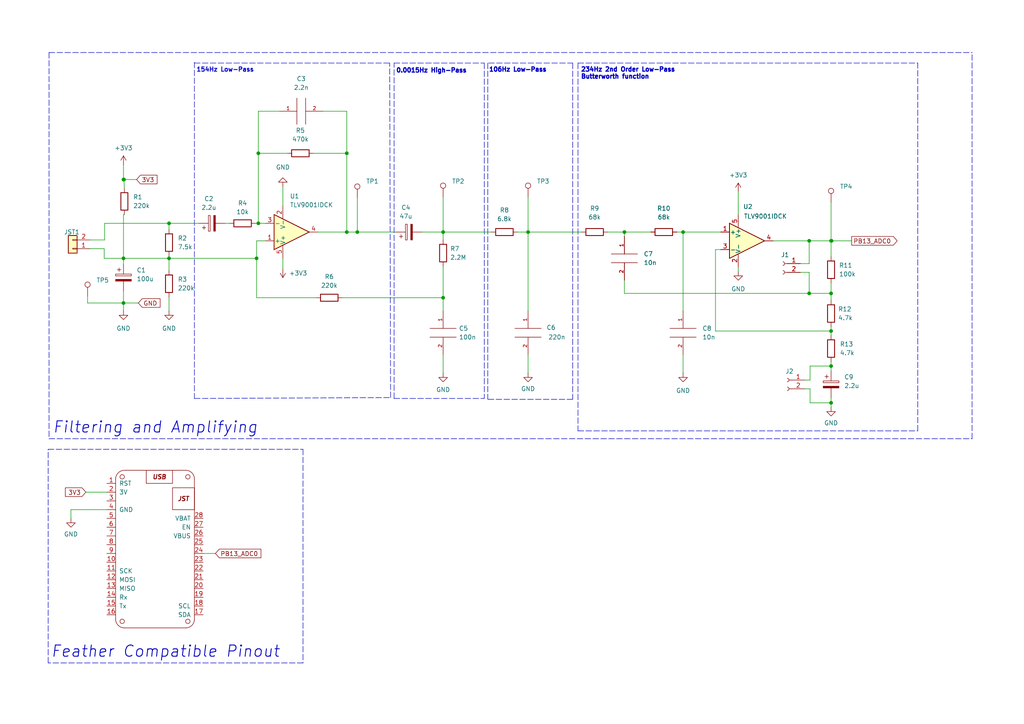
<source format=kicad_sch>
(kicad_sch (version 20211123) (generator eeschema)
  (paper "A4")
  (title_block (title "Sensor Amplifying and Filtering Board") (date "2024-01-30") (rev "v0.1") (company "CITI Lab"))
  (lib_symbols
    (symbol "Amplifier_Operational:TLV9001IDCK" (pin_names (offset 0.127))
      (property "Reference" "U" (at 7.62 2.54 0))
      (property "Value" "TLV9001IDCK" (at 11.43 -2.54 0))
      (symbol "TLV9001IDCK_0_1"
        (polyline (pts (xy -2.54 5.08) (xy -2.54 -5.08) (xy 7.62 0) (xy -2.54 5.08)) (stroke (width 0.254)) (fill (type background)))
      )
      (symbol "TLV9001IDCK_1_1"
        (pin input line (at -5.08 2.54 0) (length 2.54) (name "+") (number "1"))
        (pin power_in line (at 0 -7.62 90) (length 3.81) (name "V-") (number "2"))
        (pin input line (at -5.08 -2.54 0) (length 2.54) (name "-") (number "3"))
        (pin output line (at 10.16 0 180) (length 2.54) (name "~") (number "4"))
        (pin power_in line (at 0 7.62 270) (length 3.81) (name "V+") (number "5"))
      )
    )
    (symbol "Connector:Conn_01x02_Female" (pin_names (offset 1.016) hide)
      (property "Reference" "J" (at 0 2.54 0))
      (property "Value" "Conn_01x02_Female" (at 0 -5.08 0))
      (symbol "Conn_01x02_Female_1_1"
        (arc (start 0 -2.032) (mid -0.508 -2.54) (end 0 -3.048) (stroke (width 0.1524)))
        (polyline (pts (xy -1.27 -2.54) (xy -0.508 -2.54)) (stroke (width 0.1524)))
        (polyline (pts (xy -1.27 0) (xy -0.508 0)) (stroke (width 0.1524)))
        (arc (start 0 0.508) (mid -0.508 0) (end 0 -0.508) (stroke (width 0.1524)))
        (pin passive line (at -5.08 0 0) (length 3.81) (name "Pin_1") (number "1"))
        (pin passive line (at -5.08 -2.54 0) (length 3.81) (name "Pin_2") (number "2"))
      )
    )
    (symbol "Connector:TestPoint" (pin_numbers hide) (pin_names (offset 0.762) hide)
      (property "Reference" "TP" (at 0 6.858 0))
      (property "Value" "TestPoint" (at 0 5.08 0))
      (symbol "TestPoint_0_1"
        (circle (center 0 3.302) (radius 0.762))
      )
      (symbol "TestPoint_1_1"
        (pin passive line (at 0 0 90) (length 2.54) (name "1") (number "1"))
      )
    )
    (symbol "Connector_Generic:Conn_01x02" (pin_names (offset 1.016) hide)
      (property "Reference" "J" (at 0 2.54 0))
      (property "Value" "Conn_01x02" (at 0 -5.08 0))
      (symbol "Conn_01x02_1_1"
        (rectangle (start -1.27 -2.413) (end 0 -2.667) (stroke (width 0.1524)))
        (rectangle (start -1.27 0.127) (end 0 -0.127) (stroke (width 0.1524)))
        (rectangle (start -1.27 1.27) (end 1.27 -3.81) (stroke (width 0.254)) (fill (type background)))
        (pin passive line (at -5.08 0 0) (length 3.81) (name "Pin_1") (number "1"))
        (pin passive line (at -5.08 -2.54 0) (length 3.81) (name "Pin_2") (number "2"))
      )
    )
    (symbol "Device:C_Polarized" (pin_numbers hide) (pin_names (offset 0.254))
      (property "Reference" "C" (at 0.635 2.54 0))
      (property "Value" "C_Polarized" (at 0.635 -2.54 0))
      (symbol "C_Polarized_0_1"
        (rectangle (start -2.286 0.508) (end 2.286 1.016))
        (polyline (pts (xy -1.778 2.286) (xy -0.762 2.286)))
        (polyline (pts (xy -1.27 2.794) (xy -1.27 1.778)))
        (rectangle (start 2.286 -0.508) (end -2.286 -1.016) (fill (type outline)))
      )
      (symbol "C_Polarized_1_1"
        (pin passive line (at 0 3.81 270) (length 2.794) (name "~") (number "1"))
        (pin passive line (at 0 -3.81 90) (length 2.794) (name "~") (number "2"))
      )
    )
    (symbol "Device:R" (pin_numbers hide) (pin_names (offset 0))
      (property "Reference" "R" (at 2.032 0 90))
      (property "Value" "R" (at 0 0 90))
      (symbol "R_0_1"
        (rectangle (start -1.016 -2.54) (end 1.016 2.54) (stroke (width 0.254)))
      )
      (symbol "R_1_1"
        (pin passive line (at 0 3.81 270) (length 1.27) (name "~") (number "1"))
        (pin passive line (at 0 -3.81 90) (length 1.27) (name "~") (number "2"))
      )
    )
    (symbol "penguino_v1:Feather-Generic" (pin_names (offset 1.016))
      (property "Reference" "U" (at 1.905 5.08 0))
      (property "Value" "Feather-Generic" (at 12.065 -43.815 0))
      (symbol "Feather-Generic_0_0"
        (text "JST" (at 19.685 -4.445 0) (effects (font (size 1.27 1.27) bold italic)))
        (text "USB" (at 12.7 1.905 0) (effects (font (size 1.27 1.27) bold italic)))
      )
      (symbol "Feather-Generic_0_1"
        (arc (start 0 -39.37) (mid 0.7566 -41.1534) (end 2.54 -41.91))
        (polyline (pts (xy 0 1.27) (xy 0 -39.37)))
        (polyline (pts (xy 2.54 -41.91) (xy 20.32 -41.91)))
        (polyline (pts (xy 2.54 3.81) (xy 20.32 3.81)) (fill (type background)))
        (polyline (pts (xy 22.86 -39.37) (xy 22.86 1.27)))
        (circle (center 1.905 -40.005) (radius 0.635))
        (circle (center 1.905 1.905) (radius 0.635))
        (arc (start 2.54 3.81) (mid 0.7566 3.0534) (end 0 1.27))
        (rectangle (start 8.89 3.81) (end 16.51 0))
        (arc (start 20.32 -41.91) (mid 22.1213 -41.1713) (end 22.86 -39.37))
        (circle (center 20.955 -40.005) (radius 0.635))
        (circle (center 20.955 1.905) (radius 0.635))
        (rectangle (start 22.86 -1.27) (end 16.51 -7.62))
        (arc (start 22.86 1.27) (mid 22.1213 3.0713) (end 20.32 3.81))
      )
      (symbol "Feather-Generic_1_1"
        (pin input line (at -2.54 0 0) (length 2.54) (name "RST") (number "1"))
        (pin bidirectional line (at -2.54 -22.86 0) (length 2.54) (name "~") (number "10"))
        (pin bidirectional line (at -2.54 -25.4 0) (length 2.54) (name "SCK") (number "11"))
        (pin bidirectional line (at -2.54 -27.94 0) (length 2.54) (name "MOSI") (number "12"))
        (pin bidirectional line (at -2.54 -30.48 0) (length 2.54) (name "MISO") (number "13"))
        (pin bidirectional line (at -2.54 -33.02 0) (length 2.54) (name "Rx") (number "14"))
        (pin bidirectional line (at -2.54 -35.56 0) (length 2.54) (name "Tx") (number "15"))
        (pin passive line (at -2.54 -38.1 0) (length 2.54) (name "~") (number "16"))
        (pin bidirectional line (at 25.4 -38.1 180) (length 2.54) (name "SDA") (number "17"))
        (pin bidirectional line (at 25.4 -35.56 180) (length 2.54) (name "SCL") (number "18"))
        (pin bidirectional line (at 25.4 -33.02 180) (length 2.54) (name "~") (number "19"))
        (pin passive line (at -2.54 -2.54 0) (length 2.54) (name "3V") (number "2"))
        (pin bidirectional line (at 25.4 -30.48 180) (length 2.54) (name "~") (number "20"))
        (pin bidirectional line (at 25.4 -27.94 180) (length 2.54) (name "~") (number "21"))
        (pin bidirectional line (at 25.4 -25.4 180) (length 2.54) (name "~") (number "22"))
        (pin bidirectional line (at 25.4 -22.86 180) (length 2.54) (name "~") (number "23"))
        (pin bidirectional line (at 25.4 -20.32 180) (length 2.54) (name "~") (number "24"))
        (pin bidirectional line (at 25.4 -17.78 180) (length 2.54) (name "~") (number "25"))
        (pin passive line (at 25.4 -15.24 180) (length 2.54) (name "VBUS") (number "26"))
        (pin input line (at 25.4 -12.7 180) (length 2.54) (name "EN") (number "27"))
        (pin passive line (at 25.4 -10.16 180) (length 2.54) (name "VBAT") (number "28"))
        (pin bidirectional line (at -2.54 -5.08 0) (length 2.54) (name "~") (number "3"))
        (pin passive line (at -2.54 -7.62 0) (length 2.54) (name "GND") (number "4"))
        (pin bidirectional line (at -2.54 -10.16 0) (length 2.54) (name "~") (number "5"))
        (pin bidirectional line (at -2.54 -12.7 0) (length 2.54) (name "~") (number "6"))
        (pin bidirectional line (at -2.54 -15.24 0) (length 2.54) (name "~") (number "7"))
        (pin bidirectional line (at -2.54 -17.78 0) (length 2.54) (name "~") (number "8"))
        (pin bidirectional line (at -2.54 -20.32 0) (length 2.54) (name "~") (number "9"))
      )
    )
    (symbol "power:+3V3" (power) (pin_names (offset 0))
      (property "Value" "+3V3" (at 0 3.556 0))
      (symbol "+3V3_0_1"
        (polyline (pts (xy -0.762 1.27) (xy 0 2.54)))
        (polyline (pts (xy 0 0) (xy 0 2.54)))
        (polyline (pts (xy 0 2.54) (xy 0.762 1.27)))
      )
      (symbol "+3V3_1_1"
        (pin power_in line (at 0 0 90) (length 0) hide (name "+3V3") (number "1"))
      )
    )
    (symbol "power:GND" (power) (pin_names (offset 0))
      (property "Value" "GND" (at 0 -3.81 0))
      (symbol "GND_0_1"
        (polyline (pts (xy 0 0) (xy 0 -1.27) (xy 1.27 -1.27) (xy 0 -2.54) (xy -1.27 -1.27) (xy 0 -1.27)))
      )
      (symbol "GND_1_1"
        (pin power_in line (at 0 0 270) (length 0) hide (name "GND") (number "1"))
      )
    )
    (symbol "pspice:CAP" (pin_names (offset 0.254))
      (property "Reference" "C" (at 2.54 3.81 90))
      (property "Value" "CAP" (at 2.54 -3.81 90))
      (symbol "CAP_0_1"
        (polyline (pts (xy -3.81 -1.27) (xy 3.81 -1.27)))
        (polyline (pts (xy -3.81 1.27) (xy 3.81 1.27)))
      )
      (symbol "CAP_1_1"
        (pin passive line (at 0 6.35 270) (length 5.08) (name "~") (number "1"))
        (pin passive line (at 0 -6.35 90) (length 5.08) (name "~") (number "2"))
      )
    )
  )
  (junction (at 241.046 96.012))
  (junction (at 241.046 116.84))
  (junction (at 100.584 67.31))
  (junction (at 128.524 86.36))
  (junction (at 241.046 106.172))
  (junction (at 100.584 44.45))
  (junction (at 198.12 67.31))
  (junction (at 74.93 64.77))
  (junction (at 241.046 69.85))
  (junction (at 181.102 67.31))
  (junction (at 35.814 52.07))
  (junction (at 234.696 69.85))
  (junction (at 153.162 67.31))
  (junction (at 128.524 67.31))
  (junction (at 241.046 85.09))
  (junction (at 241.173 69.85))
  (junction (at 35.814 74.93))
  (junction (at 49.022 64.77))
  (junction (at 74.93 44.45))
  (junction (at 234.696 85.09))
  (junction (at 35.941 52.07))
  (junction (at 74.422 74.93))
  (junction (at 35.814 87.884))
  (junction (at 49.022 74.93))
  (junction (at 103.632 67.31))
  (wire (pts (xy 233.426 112.776) (xy 234.95 112.776)))
  (wire (pts (xy 74.93 32.258) (xy 74.93 44.45)))
  (wire (pts (xy 234.696 85.09) (xy 241.046 85.09)))
  (wire (pts (xy 92.202 67.31) (xy 100.584 67.31)))
  (wire (pts (xy 198.12 102.87) (xy 198.12 108.204)))
  (wire (pts (xy 24.892 142.748) (xy 30.988 142.748)))
  (wire (pts (xy 224.282 69.85) (xy 234.696 69.85)))
  (wire (pts (xy 20.574 147.828) (xy 20.574 150.368)))
  (wire (pts (xy 241.046 116.84) (xy 241.046 118.11)))
  (wire (pts (xy 82.042 74.93) (xy 82.042 77.978)))
  (wire (pts (xy 49.022 86.106) (xy 49.022 90.17)))
  (wire (pts (xy 241.046 85.09) (xy 241.046 87.122)))
  (wire (pts (xy 153.162 67.31) (xy 168.656 67.31)))
  (polyline (pts (xy 87.884 130.302) (xy 87.884 192.278)))
  (wire (pts (xy 35.814 87.884) (xy 35.814 90.17)))
  (wire (pts (xy 207.518 72.39) (xy 209.042 72.39)))
  (wire (pts (xy 35.814 62.23) (xy 36.068 62.23)))
  (wire (pts (xy 35.814 47.752) (xy 35.814 52.07)))
  (wire (pts (xy 99.314 86.36) (xy 128.524 86.36)))
  (wire (pts (xy 153.162 57.15) (xy 153.162 67.31)))
  (wire (pts (xy 241.173 69.85) (xy 247.015 69.85)))
  (wire (pts (xy 35.814 74.93) (xy 35.814 62.23)))
  (polyline (pts (xy 14.224 15.24) (xy 281.94 15.24)))
  (wire (pts (xy 241.046 106.172) (xy 241.046 107.696)))
  (wire (pts (xy 58.928 160.528) (xy 62.484 160.528)))
  (polyline (pts (xy 167.64 124.968) (xy 266.192 124.968)))
  (polyline (pts (xy 14.224 127.254) (xy 281.94 127.254)))
  (wire (pts (xy 128.524 67.31) (xy 142.494 67.31)))
  (wire (pts (xy 74.422 86.36) (xy 91.694 86.36)))
  (wire (pts (xy 241.046 94.742) (xy 241.046 96.012)))
  (polyline (pts (xy 13.97 192.278) (xy 13.97 130.302)))
  (wire (pts (xy 74.422 69.85) (xy 76.962 69.85)))
  (wire (pts (xy 49.022 64.77) (xy 49.022 66.548)))
  (wire (pts (xy 128.524 77.216) (xy 128.524 86.36)))
  (wire (pts (xy 65.278 64.77) (xy 66.548 64.77)))
  (polyline (pts (xy 56.388 18.288) (xy 113.03 18.288)))
  (wire (pts (xy 26.162 72.136) (xy 30.226 72.136)))
  (wire (pts (xy 74.422 69.85) (xy 74.422 74.93)))
  (polyline (pts (xy 114.3 115.57) (xy 140.462 115.57)))
  (wire (pts (xy 74.422 74.93) (xy 74.422 86.36)))
  (wire (pts (xy 74.93 64.77) (xy 76.962 64.77)))
  (wire (pts (xy 35.814 76.708) (xy 35.814 74.93)))
  (polyline (pts (xy 14.224 15.24) (xy 14.224 127.254)))
  (polyline (pts (xy 266.192 124.968) (xy 266.192 18.288)))
  (wire (pts (xy 233.426 110.236) (xy 234.95 110.236)))
  (wire (pts (xy 49.022 74.93) (xy 74.422 74.93)))
  (wire (pts (xy 234.95 110.236) (xy 234.95 106.172)))
  (wire (pts (xy 181.102 85.09) (xy 234.696 85.09)))
  (wire (pts (xy 35.941 52.07) (xy 36.068 54.61)))
  (wire (pts (xy 100.584 44.45) (xy 90.932 44.45)))
  (wire (pts (xy 196.342 67.31) (xy 198.12 67.31)))
  (polyline (pts (xy 56.388 115.57) (xy 113.284 115.316)))
  (wire (pts (xy 241.046 58.674) (xy 241.046 69.85)))
  (wire (pts (xy 30.226 74.93) (xy 35.814 74.93)))
  (wire (pts (xy 241.046 96.012) (xy 241.046 97.282)))
  (polyline (pts (xy 114.3 18.288) (xy 140.462 18.288)))
  (wire (pts (xy 35.814 87.884) (xy 40.132 87.884)))
  (wire (pts (xy 35.814 74.93) (xy 49.022 74.93)))
  (wire (pts (xy 234.95 112.776) (xy 234.95 116.84)))
  (wire (pts (xy 30.226 72.136) (xy 30.226 74.93)))
  (wire (pts (xy 100.584 67.31) (xy 100.584 44.45)))
  (wire (pts (xy 150.114 67.31) (xy 153.162 67.31)))
  (wire (pts (xy 241.046 82.042) (xy 241.046 85.09)))
  (wire (pts (xy 234.696 69.85) (xy 241.046 69.85)))
  (wire (pts (xy 153.162 67.31) (xy 153.162 90.17)))
  (polyline (pts (xy 13.97 130.302) (xy 87.884 130.302)))
  (wire (pts (xy 214.122 77.47) (xy 214.122 78.74)))
  (wire (pts (xy 241.046 69.85) (xy 241.173 69.85)))
  (wire (pts (xy 35.814 84.328) (xy 35.814 87.884)))
  (wire (pts (xy 234.95 106.172) (xy 241.046 106.172)))
  (wire (pts (xy 214.122 55.626) (xy 214.122 62.23)))
  (wire (pts (xy 103.632 67.31) (xy 114.808 67.31)))
  (wire (pts (xy 25.4 87.884) (xy 35.814 87.884)))
  (wire (pts (xy 198.12 67.31) (xy 198.12 90.17)))
  (wire (pts (xy 26.162 69.596) (xy 30.353 69.596)))
  (wire (pts (xy 241.046 74.422) (xy 241.046 69.85)))
  (wire (pts (xy 122.428 67.31) (xy 128.524 67.31)))
  (wire (pts (xy 207.518 96.012) (xy 207.518 72.39)))
  (wire (pts (xy 30.353 64.77) (xy 49.022 64.77)))
  (wire (pts (xy 82.042 54.102) (xy 82.042 59.69)))
  (wire (pts (xy 100.584 44.45) (xy 100.584 32.258)))
  (wire (pts (xy 198.12 67.31) (xy 209.042 67.31)))
  (wire (pts (xy 234.696 76.454) (xy 234.696 69.85)))
  (polyline (pts (xy 114.3 115.57) (xy 114.3 18.288)))
  (wire (pts (xy 49.022 74.168) (xy 49.022 74.93)))
  (wire (pts (xy 232.156 78.994) (xy 234.696 78.994)))
  (wire (pts (xy 234.95 116.84) (xy 241.046 116.84)))
  (polyline (pts (xy 141.478 18.288) (xy 141.478 115.824)))
  (polyline (pts (xy 166.116 18.288) (xy 166.116 115.824)))
  (wire (pts (xy 181.102 67.31) (xy 176.276 67.31)))
  (wire (pts (xy 128.524 86.36) (xy 128.524 90.17)))
  (wire (pts (xy 25.4 85.852) (xy 25.4 87.884)))
  (wire (pts (xy 30.353 69.596) (xy 30.353 64.77)))
  (wire (pts (xy 35.941 52.07) (xy 39.624 52.07)))
  (wire (pts (xy 103.632 57.404) (xy 103.632 67.31)))
  (wire (pts (xy 241.046 96.012) (xy 207.518 96.012)))
  (wire (pts (xy 234.696 78.994) (xy 234.696 85.09)))
  (wire (pts (xy 74.168 64.77) (xy 74.93 64.77)))
  (wire (pts (xy 232.156 76.454) (xy 234.696 76.454)))
  (polyline (pts (xy 167.64 18.288) (xy 167.64 124.968)))
  (wire (pts (xy 128.524 102.87) (xy 128.524 108.204)))
  (wire (pts (xy 241.046 115.316) (xy 241.046 116.84)))
  (wire (pts (xy 241.046 104.902) (xy 241.046 106.172)))
  (wire (pts (xy 74.93 32.258) (xy 81.026 32.258)))
  (wire (pts (xy 30.988 147.828) (xy 20.574 147.828)))
  (polyline (pts (xy 113.284 115.316) (xy 113.03 18.288)))
  (wire (pts (xy 83.312 44.45) (xy 74.93 44.45)))
  (wire (pts (xy 74.93 44.45) (xy 74.93 64.77)))
  (wire (pts (xy 49.022 64.77) (xy 57.658 64.77)))
  (polyline (pts (xy 166.116 115.824) (xy 141.478 115.824)))
  (polyline (pts (xy 87.884 192.278) (xy 13.97 192.278)))
  (polyline (pts (xy 140.462 18.288) (xy 140.462 115.57)))
  (wire (pts (xy 128.524 57.15) (xy 128.524 67.31)))
  (polyline (pts (xy 141.732 18.288) (xy 166.116 18.288)))
  (wire (pts (xy 181.102 81.28) (xy 181.102 85.09)))
  (wire (pts (xy 128.524 67.31) (xy 128.524 69.596)))
  (wire (pts (xy 181.102 67.31) (xy 188.722 67.31)))
  (polyline (pts (xy 281.94 127.254) (xy 281.94 15.24)))
  (wire (pts (xy 35.814 52.07) (xy 35.941 52.07)))
  (polyline (pts (xy 167.64 18.288) (xy 266.192 18.288)))
  (wire (pts (xy 153.162 102.87) (xy 153.162 108.204)))
  (wire (pts (xy 49.022 74.93) (xy 49.022 78.486)))
  (wire (pts (xy 100.584 67.31) (xy 103.632 67.31)))
  (polyline (pts (xy 56.388 18.034) (xy 56.388 115.57)))
  (wire (pts (xy 100.584 32.258) (xy 93.726 32.258)))
  (wire (pts (xy 181.102 68.58) (xy 181.102 67.31)))
  (text "0.0015Hz High-Pass" (at 114.808 21.336 0) (effects (font (size 1.27 1.27) (thickness 0.654) bold) (justify left bottom)))
  (text "Feather Compatible Pinout" (at 14.732 191.008 0) (effects (font (size 3.27 3.27) (thickness 0.254) bold italic) (justify left bottom)))
  (text "Filtering and Amplifying" (at 15.24 125.984 0) (effects (font (size 3.27 3.27) (thickness 0.254) bold italic) (justify left bottom)))
  (text "154Hz Low-Pass" (at 56.896 21.082 0) (effects (font (size 1.27 1.27) (thickness 0.254) bold) (justify left bottom)))
  (text "106Hz Low-Pass" (at 141.732 21.082 0) (effects (font (size 1.27 1.27) (thickness 0.654) bold) (justify left bottom)))
  (text "234Hz 2nd Order Low-Pass\nButterworth function" (at 168.402 23.114 0) (effects (font (size 1.27 1.27) (thickness 0.654) bold) (justify left bottom)))
  (global_label "3V3" (shape input) (at 24.892 142.748 180) (property "Intersheet References" "${INTERSHEET_REFS}" (effects hide)))
  (global_label "PB13_ADC0" (shape input) (at 62.484 160.528 0) (property "Intersheet References" "${INTERSHEET_REFS}" (effects hide)))
  (global_label "PB13_ADC0" (shape output) (at 247.015 69.85 0) (property "Intersheet References" "${INTERSHEET_REFS}" (effects hide)))
  (global_label "GND" (shape input) (at 40.132 87.884 0) (property "Intersheet References" "${INTERSHEET_REFS}" (effects hide)))
  (global_label "3V3" (shape input) (at 39.624 52.07 0) (property "Intersheet References" "${INTERSHEET_REFS}" (effects hide)))
  (symbol (lib_id "power:GND") (at 153.162 108.204 0) (unit 1)
    (property "Reference" "#PWR07" (effects hide))
    (property "Value" "GND" (at 153.162 112.776 0))
  )
  (symbol (lib_id "Device:C_Polarized") (at 61.468 64.77 90) (unit 1)
    (property "Reference" "C2" (at 60.579 57.658 90))
    (property "Value" "2.2u" (at 60.579 60.198 90))
    (property "Footprint" "Capacitor_SMD:C_0603_1608Metric" (effects hide))
    (property "MPN" "GRM188R61E106KA73J" (effects hide))
    (property "Manufacturer" "Murata Electronics" (effects hide))
  )
  (symbol (lib_id "Device:R") (at 172.466 67.31 270) (unit 1)
    (property "Reference" "R9" (at 172.466 60.452 90))
    (property "Value" "68k" (at 172.466 62.992 90))
    (property "Footprint" "Resistor_SMD:R_0805_2012Metric" (effects hide))
    (property "MPN" "ESR10EZPF6802" (effects hide))
    (property "Manufacturer" "Rohm Semiconductor" (effects hide))
  )
  (symbol (lib_id "pspice:CAP") (at 87.376 32.258 90) (unit 1)
    (property "Reference" "C3" (at 87.376 22.86 90))
    (property "Value" "2.2n" (at 87.376 25.4 90))
    (property "Footprint" "Capacitor_SMD:C_0805_2012Metric" (effects hide))
    (property "MPN" "GCJ216R71H222KA01D" (effects hide))
    (property "Manufacturer" "Murata Electronics" (effects hide))
  )
  (symbol (lib_id "Device:R") (at 87.122 44.45 90) (unit 1)
    (property "Reference" "R5" (at 87.122 37.846 90))
    (property "Value" "470k" (at 87.122 40.386 90))
    (property "Footprint" "Resistor_SMD:R_0805_2012Metric" (effects hide))
    (property "MPN" "ESR10EZPF4703" (effects hide))
    (property "Manufacturer" "Rohm Semiconductor" (effects hide))
  )
  (symbol (lib_id "Amplifier_Operational:TLV9001IDCK") (at 214.122 69.85 0) (unit 1)
    (property "Reference" "U2" (at 216.916 59.944 0))
    (property "Value" "TLV9001IDCK" (at 221.996 62.738 0))
    (property "Footprint" "Package_TO_SOT_SMD:SOT-353_SC-70-5" (effects hide))
    (property "Datasheet" "https://www.ti.com/lit/ds/symlink/tlv9001.pdf" (effects hide))
    (property "MPN" "TLV9001IDCKR" (effects hide))
    (property "Manufacturer" "Texas Instrument" (effects hide))
  )
  (symbol (lib_id "penguino_v1:Feather-Generic") (at 33.528 140.208 0) (unit 1)
    (property "Reference" "board1" (effects hide))
    (property "Value" "Feather-Generic" (effects hide))
    (property "Footprint" "penguino_v1:Feather-Generic-no-holes" (effects hide))
  )
  (symbol (lib_id "power:GND") (at 214.122 78.74 0) (unit 1)
    (property "Reference" "#PWR011" (effects hide))
    (property "Value" "GND" (at 214.122 83.82 0))
  )
  (symbol (lib_id "Device:C_Polarized") (at 241.046 111.506 0) (unit 1)
    (property "Reference" "C9" (at 244.856 109.3469 0) (effects (justify left)))
    (property "Value" "2.2u" (at 244.856 111.8869 0) (effects (justify left)))
    (property "Footprint" "Capacitor_SMD:C_0603_1608Metric" (effects hide))
    (property "MPN" "GRM188R61E106KA73J" (effects hide))
    (property "Manufacturer" "Murata Electronics" (effects hide))
  )
  (symbol (lib_id "power:+3V3") (at 82.042 77.978 180) (unit 1)
    (property "Reference" "#PWR05" (effects hide))
    (property "Value" "+3V3" (at 83.82 79.2479 0) (effects (justify right)))
  )
  (symbol (lib_id "Device:R") (at 241.046 101.092 0) (unit 1)
    (property "Reference" "R13" (at 243.586 99.8219 0) (effects (justify left)))
    (property "Value" "4.7k" (at 243.586 102.3619 0) (effects (justify left)))
    (property "Footprint" "Resistor_SMD:R_0805_2012Metric" (effects hide))
    (property "MPN" "ESR10EZPF4701" (effects hide))
    (property "Manufacturer" "Rohm Semiconductor" (effects hide))
  )
  (symbol (lib_id "Device:R") (at 146.304 67.31 270) (unit 1)
    (property "Reference" "R8" (at 146.304 60.96 90))
    (property "Value" "6.8k" (at 146.304 63.5 90))
    (property "Footprint" "Resistor_SMD:R_0805_2012Metric" (effects hide))
    (property "MPN" "ESR10EZPF6801" (effects hide))
    (property "Manufacturer" "Rohm Semiconductor" (effects hide))
  )
  (symbol (lib_id "pspice:CAP") (at 198.12 96.52 0) (unit 1)
    (property "Reference" "C8" (at 203.708 95.2499 0) (effects (justify left)))
    (property "Value" "10n" (at 203.708 97.7899 0) (effects (justify left)))
    (property "Footprint" "Capacitor_SMD:C_0805_2012Metric" (effects hide))
    (property "MPN" "GCM219R91H103KA37D" (effects hide))
    (property "Manufacturer" "Murata Electronics" (effects hide))
  )
  (symbol (lib_id "Connector:TestPoint") (at 241.046 58.674 0) (unit 1)
    (property "Reference" "TP4" (at 243.586 54.1019 0) (effects (justify left)))
    (property "Value" "TestPoint" (effects hide))
    (property "Footprint" "TestPoint:TestPoint_Keystone_5015_Micro-Minature" (effects hide))
    (property "MPN" "36-5015TR-ND" (effects hide))
    (property "Manufacturer" "Keystone Electronics" (effects hide))
  )
  (symbol (lib_id "Connector:TestPoint") (at 103.632 57.404 0) (unit 1)
    (property "Reference" "TP1" (at 106.172 52.578 0) (effects (justify left)))
    (property "Value" "TestPoint" (effects hide))
    (property "Footprint" "TestPoint:TestPoint_Keystone_5015_Micro-Minature" (effects hide))
    (property "MPN" "36-5015TR-ND" (effects hide))
    (property "Manufacturer" "Keystone Electronics" (effects hide))
  )
  (symbol (lib_id "power:+3V3") (at 214.122 55.626 0) (unit 1)
    (property "Reference" "#PWR010" (effects hide))
    (property "Value" "+3V3" (at 214.122 50.8 0))
  )
  (symbol (lib_id "Device:C_Polarized") (at 118.618 67.31 90) (unit 1)
    (property "Reference" "C4" (at 117.729 60.198 90))
    (property "Value" "47u" (at 117.729 62.738 90))
    (property "Footprint" "Capacitor_SMD:C_0805_2012Metric" (effects hide))
    (property "MPN" "GRM21BR61A476ME15K" (effects hide))
    (property "Manufacturer" "Murata Electronics" (effects hide))
  )
  (symbol (lib_id "pspice:CAP") (at 128.524 96.52 0) (unit 1)
    (property "Reference" "C5" (at 133.096 95.2499 0) (effects (justify left)))
    (property "Value" "100n" (at 133.096 97.7899 0) (effects (justify left)))
    (property "Footprint" "Capacitor_SMD:C_0603_1608Metric" (effects hide))
    (property "MPN" "GCM188R91E104KA37J" (effects hide))
    (property "Manufacturer" "Murata Electronics" (effects hide))
  )
  (symbol (lib_id "Device:R") (at 49.022 82.296 0) (unit 1)
    (property "Reference" "R3" (at 51.562 81.0259 0) (effects (justify left)))
    (property "Value" "220k" (at 51.562 83.5659 0) (effects (justify left)))
    (property "Footprint" "Resistor_SMD:R_0805_2012Metric" (effects hide))
    (property "MPN" "ESR10EZPF2203" (effects hide))
    (property "Manufacturer" "Rohm Semiconductor" (effects hide))
  )
  (symbol (lib_id "power:GND") (at 128.524 108.204 0) (unit 1)
    (property "Reference" "#PWR06" (effects hide))
    (property "Value" "GND" (at 128.524 113.03 0))
  )
  (symbol (lib_id "Device:R") (at 70.358 64.77 90) (unit 1)
    (property "Reference" "R4" (at 70.358 58.928 90))
    (property "Value" "10k" (at 70.358 61.468 90))
    (property "Footprint" "Resistor_SMD:R_0805_2012Metric" (effects hide))
    (property "MPN" "ESR10EZPF1002" (effects hide))
    (property "Manufacturer" "Rohm Semiconductor" (effects hide))
  )
  (symbol (lib_id "Device:R") (at 49.022 70.358 0) (unit 1)
    (property "Reference" "R2" (at 51.562 69.0879 0) (effects (justify left)))
    (property "Value" "7.5k" (at 51.562 71.6279 0) (effects (justify left)))
    (property "Footprint" "Resistor_SMD:R_0805_2012Metric" (effects hide))
    (property "MPN" "ESR10EZPF7501" (effects hide))
    (property "Manufacturer" "Rohm Semiconductor" (effects hide))
  )
  (symbol (lib_id "Device:R") (at 128.524 73.406 0) (unit 1)
    (property "Reference" "R7" (at 130.556 72.1359 0) (effects (justify left)))
    (property "Value" "2.2M" (at 130.556 74.6759 0) (effects (justify left)))
    (property "Footprint" "Resistor_SMD:R_0805_2012Metric" (effects hide))
    (property "MPN" "ESR10EZPF2204" (effects hide))
    (property "Manufacturer" "Rohm Semiconductor" (effects hide))
  )
  (symbol (lib_id "power:GND") (at 49.022 90.17 0) (unit 1)
    (property "Reference" "#PWR03" (effects hide))
    (property "Value" "GND" (at 49.022 95.25 0))
  )
  (symbol (lib_id "Device:R") (at 192.532 67.31 270) (unit 1)
    (property "Reference" "R10" (at 192.532 60.452 90))
    (property "Value" "68k" (at 192.532 62.992 90))
    (property "Footprint" "Resistor_SMD:R_0805_2012Metric" (effects hide))
    (property "MPN" "ESR10EZPF6802" (effects hide))
    (property "Manufacturer" "Rohm Semiconductor" (effects hide))
  )
  (symbol (lib_id "Device:R") (at 36.068 58.42 0) (unit 1)
    (property "Reference" "R1" (at 38.608 57.1499 0) (effects (justify left)))
    (property "Value" "220k" (at 38.608 59.6899 0) (effects (justify left)))
    (property "Footprint" "Resistor_SMD:R_0805_2012Metric" (effects hide))
    (property "MPN" "ESR10EZPF2203" (effects hide))
    (property "Manufacturer" "Rohm Semiconductor" (effects hide))
  )
  (symbol (lib_id "Connector:TestPoint") (at 25.4 85.852 0) (unit 1)
    (property "Reference" "TP5" (at 27.94 81.2799 0) (effects (justify left)))
    (property "Value" "TestPoint" (effects hide))
    (property "Footprint" "TestPoint:TestPoint_Keystone_5015_Micro-Minature" (effects hide))
    (property "MPN" "36-5015TR-ND" (effects hide))
    (property "Manufacturer" "Keystone Electronics" (effects hide))
  )
  (symbol (lib_id "Connector:TestPoint") (at 128.524 57.15 0) (unit 1)
    (property "Reference" "TP2" (at 131.064 52.5779 0) (effects (justify left)))
    (property "Value" "TestPoint" (effects hide))
    (property "Footprint" "TestPoint:TestPoint_Keystone_5015_Micro-Minature" (effects hide))
    (property "MPN" "36-5015TR-ND" (effects hide))
    (property "Manufacturer" "Keystone Electronics" (effects hide))
  )
  (symbol (lib_id "power:GND") (at 35.814 90.17 0) (unit 1)
    (property "Reference" "#PWR02" (effects hide))
    (property "Value" "GND" (at 35.814 95.25 0))
  )
  (symbol (lib_id "power:+3V3") (at 35.814 47.752 0) (unit 1)
    (property "Reference" "#PWR01" (effects hide))
    (property "Value" "+3V3" (at 35.814 42.926 0))
  )
  (symbol (lib_id "Connector_Generic:Conn_01x02") (at 21.082 72.136 180) (unit 1)
    (property "Reference" "JST1" (at 20.828 67.31 0))
    (property "Value" "Conn_01x02" (effects hide))
    (property "Footprint" "Connector_JST:JST_PH_B2B-PH-SM4-TB_1x02-1MP_P2.00mm_Vertical" (effects hide))
    (property "MPN" "B2B-PH-SM4-TB(LF)(SN)" (effects hide))
    (property "Manufacturer" "JST Sales America Inc" (effects hide))
  )
  (symbol (lib_id "power:GND") (at 20.574 150.368 0) (unit 1)
    (property "Reference" "#PWR08" (effects hide))
    (property "Value" "GND" (at 20.574 154.94 0))
  )
  (symbol (lib_id "power:GND") (at 241.046 118.11 0) (unit 1)
    (property "Reference" "#PWR012" (effects hide))
    (property "Value" "GND" (at 241.046 122.682 0))
  )
  (symbol (lib_id "Connector:Conn_01x02_Female") (at 228.346 110.236 0) (mirror y) (unit 1)
    (property "Reference" "J2" (at 228.981 107.696 0))
    (property "Value" "Conn_01x02_Female" (effects hide))
    (property "Footprint" "Connector_PinHeader_2.54mm:PinHeader_1x02_P2.54mm_Vertical" (effects hide))
  )
  (symbol (lib_id "Device:R") (at 241.046 90.932 0) (unit 1)
    (property "Reference" "R12" (at 243.078 89.6619 0) (effects (justify left)))
    (property "Value" "4.7k" (at 243.078 92.2019 0) (effects (justify left)))
    (property "Footprint" "Resistor_SMD:R_0805_2012Metric" (effects hide))
    (property "MPN" "ESR10EZPF4701" (effects hide))
    (property "Manufacturer" "Rohm Semiconductor" (effects hide))
  )
  (symbol (lib_id "power:GND") (at 198.12 108.204 0) (unit 1)
    (property "Reference" "#PWR09" (effects hide))
    (property "Value" "GND" (at 198.12 113.284 0))
  )
  (symbol (lib_id "Device:R") (at 95.504 86.36 270) (unit 1)
    (property "Reference" "R6" (at 95.504 80.264 90))
    (property "Value" "220k" (at 95.504 82.804 90))
    (property "Footprint" "Resistor_SMD:R_0805_2012Metric" (effects hide))
    (property "MPN" "ESR10EZPF2203" (effects hide))
    (property "Manufacturer" "Rohm Semiconductor" (effects hide))
  )
  (symbol (lib_id "pspice:CAP") (at 181.102 74.93 0) (unit 1)
    (property "Reference" "C7" (at 186.69 73.6599 0) (effects (justify left)))
    (property "Value" "10n" (at 186.69 76.1999 0) (effects (justify left)))
    (property "Footprint" "Capacitor_SMD:C_0805_2012Metric" (effects hide))
    (property "MPN" "GCM219R91H103KA37D" (effects hide))
    (property "Manufacturer" "Murata Electronics" (effects hide))
  )
  (symbol (lib_id "Amplifier_Operational:TLV9001IDCK") (at 82.042 67.31 0) (mirror x) (unit 1)
    (property "Reference" "U1" (at 84.0614 56.896 0) (effects (justify left)))
    (property "Value" "TLV9001IDCK" (at 84.0614 59.436 0) (effects (justify left)))
    (property "Footprint" "Package_TO_SOT_SMD:SOT-353_SC-70-5" (effects hide))
    (property "Datasheet" "https://www.ti.com/lit/ds/symlink/tlv9001.pdf" (effects hide))
    (property "MPN" "TLV9001IDCKR" (effects hide))
    (property "Manufacturer" "Texas Instrument" (effects hide))
  )
  (symbol (lib_id "Connector:TestPoint") (at 153.162 57.15 0) (unit 1)
    (property "Reference" "TP3" (at 155.702 52.5779 0) (effects (justify left)))
    (property "Value" "TestPoint" (effects hide))
    (property "Footprint" "TestPoint:TestPoint_Keystone_5015_Micro-Minature" (effects hide))
    (property "MPN" "36-5015TR-ND" (effects hide))
    (property "Manufacturer" "Keystone Electronics" (effects hide))
  )
  (symbol (lib_id "Device:C_Polarized") (at 35.814 80.518 0) (unit 1)
    (property "Reference" "C1" (at 39.624 78.3589 0) (effects (justify left)))
    (property "Value" "100u" (at 39.624 80.8989 0) (effects (justify left)))
    (property "Footprint" "Capacitor_SMD:C_1206_3216Metric" (effects hide))
    (property "MPN" "GRM31CD80J107MEA8K" (effects hide))
    (property "Manufacturer" "Murata Electronics" (effects hide))
  )
  (symbol (lib_id "power:GND") (at 82.042 54.102 180) (unit 1)
    (property "Reference" "#PWR04" (effects hide))
    (property "Value" "GND" (at 82.042 48.514 0))
  )
  (symbol (lib_id "pspice:CAP") (at 153.162 96.52 0) (unit 1)
    (property "Reference" "C6" (at 158.496 94.996 0) (effects (justify left)))
    (property "Value" "220n" (at 159.004 97.79 0) (effects (justify left)))
    (property "Footprint" "Capacitor_SMD:C_0603_1608Metric" (effects hide))
    (property "MPN" "GCM188R71E224KA55J" (effects hide))
    (property "Manufacturer" "Murata Electronics" (effects hide))
  )
  (symbol (lib_id "Connector:Conn_01x02_Female") (at 227.076 76.454 0) (mirror y) (unit 1)
    (property "Reference" "J1" (at 227.711 73.914 0))
    (property "Value" "Conn_01x02_Female" (effects hide))
    (property "Footprint" "Connector_PinHeader_2.54mm:PinHeader_1x02_P2.54mm_Vertical" (effects hide))
  )
  (symbol (lib_id "Device:R") (at 241.046 78.232 0) (unit 1)
    (property "Reference" "R11" (at 243.332 76.9619 0) (effects (justify left)))
    (property "Value" "100k" (at 243.332 79.5019 0) (effects (justify left)))
    (property "Footprint" "Resistor_SMD:R_0805_2012Metric" (effects hide))
    (property "MPN" "ESR10EZPF1003" (effects hide))
    (property "Manufacturer" "Rohm Semiconductor" (effects hide))
  )
)
</source>
